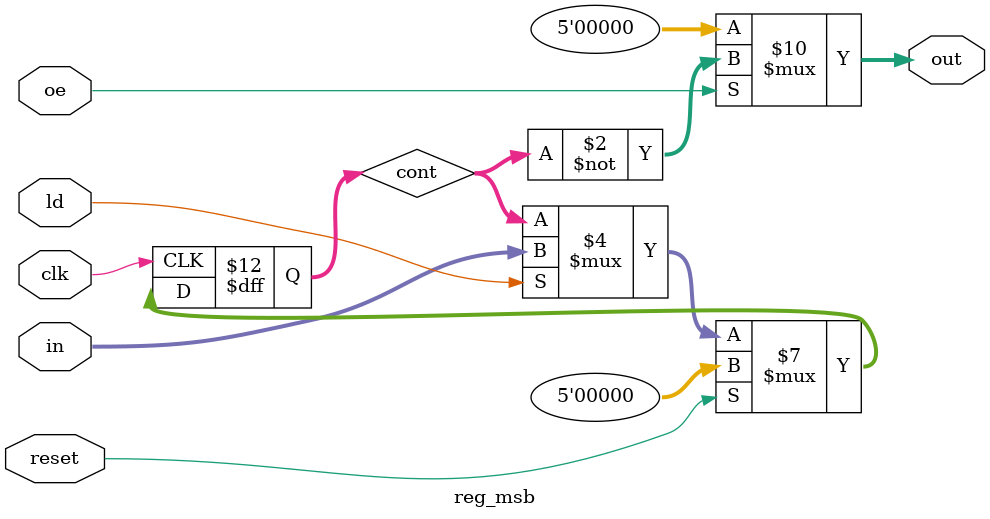
<source format=v>
module reg_msb (clk , reset, in, out, ld, oe);

  input             clk;
  input             reset;
  input             ld;
  input             oe;
  input      [4:0]  in;
  output reg    [4:0]  out;

  reg [4:0] cont;



always @(*) begin
  if(oe)
    out = ~cont;
  else
    out = 0;
end


always @(negedge clk) begin
  if (reset) begin
    cont  <= 0;
  end
  else begin
    if ( ld )
      cont  <= in;
  end
end

endmodule

</source>
